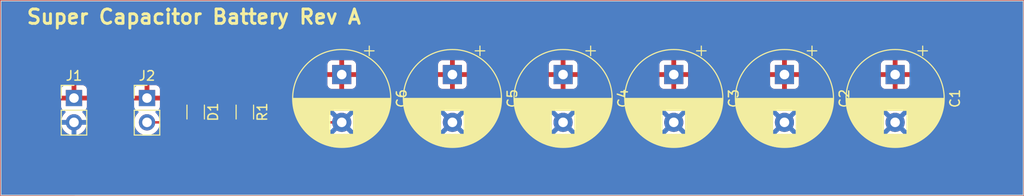
<source format=kicad_pcb>
(kicad_pcb (version 20221018) (generator pcbnew)

  (general
    (thickness 1.6)
  )

  (paper "A4")
  (layers
    (0 "F.Cu" mixed)
    (31 "B.Cu" power)
    (32 "B.Adhes" user "B.Adhesive")
    (33 "F.Adhes" user "F.Adhesive")
    (34 "B.Paste" user)
    (35 "F.Paste" user)
    (36 "B.SilkS" user "B.Silkscreen")
    (37 "F.SilkS" user "F.Silkscreen")
    (38 "B.Mask" user)
    (39 "F.Mask" user)
    (40 "Dwgs.User" user "User.Drawings")
    (41 "Cmts.User" user "User.Comments")
    (42 "Eco1.User" user "User.Eco1")
    (43 "Eco2.User" user "User.Eco2")
    (44 "Edge.Cuts" user)
    (45 "Margin" user)
    (46 "B.CrtYd" user "B.Courtyard")
    (47 "F.CrtYd" user "F.Courtyard")
    (48 "B.Fab" user)
    (49 "F.Fab" user)
    (50 "User.1" user)
    (51 "User.2" user)
    (52 "User.3" user)
    (53 "User.4" user)
    (54 "User.5" user)
    (55 "User.6" user)
    (56 "User.7" user)
    (57 "User.8" user)
    (58 "User.9" user)
  )

  (setup
    (stackup
      (layer "F.SilkS" (type "Top Silk Screen"))
      (layer "F.Paste" (type "Top Solder Paste"))
      (layer "F.Mask" (type "Top Solder Mask") (thickness 0.01))
      (layer "F.Cu" (type "copper") (thickness 0.035))
      (layer "dielectric 1" (type "core") (thickness 1.51) (material "FR4") (epsilon_r 4.5) (loss_tangent 0.02))
      (layer "B.Cu" (type "copper") (thickness 0.035))
      (layer "B.Mask" (type "Bottom Solder Mask") (thickness 0.01))
      (layer "B.Paste" (type "Bottom Solder Paste"))
      (layer "B.SilkS" (type "Bottom Silk Screen"))
      (copper_finish "None")
      (dielectric_constraints no)
    )
    (pad_to_mask_clearance 0)
    (pcbplotparams
      (layerselection 0x00010fc_ffffffff)
      (plot_on_all_layers_selection 0x0000000_00000000)
      (disableapertmacros false)
      (usegerberextensions false)
      (usegerberattributes true)
      (usegerberadvancedattributes true)
      (creategerberjobfile true)
      (dashed_line_dash_ratio 12.000000)
      (dashed_line_gap_ratio 3.000000)
      (svgprecision 4)
      (plotframeref false)
      (viasonmask false)
      (mode 1)
      (useauxorigin false)
      (hpglpennumber 1)
      (hpglpenspeed 20)
      (hpglpendiameter 15.000000)
      (dxfpolygonmode true)
      (dxfimperialunits true)
      (dxfusepcbnewfont true)
      (psnegative false)
      (psa4output false)
      (plotreference true)
      (plotvalue true)
      (plotinvisibletext false)
      (sketchpadsonfab false)
      (subtractmaskfromsilk false)
      (outputformat 1)
      (mirror false)
      (drillshape 1)
      (scaleselection 1)
      (outputdirectory "")
    )
  )

  (net 0 "")
  (net 1 "VDD")
  (net 2 "GND")
  (net 3 "Net-(D1-K)")
  (net 4 "Net-(D1-A)")

  (footprint "Capacitor_THT:CP_Radial_D10.0mm_P5.00mm" (layer "F.Cu") (at 148.95 83.9 -90))

  (footprint "Connector_PinHeader_2.54mm:PinHeader_1x02_P2.54mm_Vertical" (layer "F.Cu") (at 86.36 86.36))

  (footprint "Capacitor_THT:CP_Radial_D10.0mm_P5.00mm" (layer "F.Cu") (at 125.85 83.9 -90))

  (footprint "Capacitor_THT:CP_Radial_D10.0mm_P5.00mm" (layer "F.Cu") (at 172.05 83.9 -90))

  (footprint "Capacitor_THT:CP_Radial_D10.0mm_P5.00mm" (layer "F.Cu") (at 160.5 83.9 -90))

  (footprint "Connector_PinHeader_2.54mm:PinHeader_1x02_P2.54mm_Vertical" (layer "F.Cu") (at 93.98 86.36))

  (footprint "Capacitor_THT:CP_Radial_D10.0mm_P5.00mm" (layer "F.Cu") (at 137.4 83.9 -90))

  (footprint "Resistor_SMD:R_1206_3216Metric" (layer "F.Cu") (at 104.19 87.8225 -90))

  (footprint "Capacitor_THT:CP_Radial_D10.0mm_P5.00mm" (layer "F.Cu")
    (tstamp eb4c930f-96e4-40d5-8de6-e513827034c0)
    (at 114.3 83.9 -90)
    (descr "CP, Radial series, Radial, pin pitch=5.00mm, , diameter=10mm, Electrolytic Capacitor")
    (tags "CP Radial series Radial pin pitch 5.00mm  diameter 10mm Electrolytic Capacitor")
    (property "Sheetfile" "Super_Capacitor_Battery.kicad_sch")
    (property "Sheetname" "")
    (property "ki_description" "Polarized capacitor")
    (property "ki_keywords" "cap capacitor")
    (path "/200d49bd-d5f6-4673-b7d9-a0fb48ab32d0")
    (attr through_hole)
    (fp_text reference "C6" (at 2.5 -6.25 90) (layer "F.SilkS")
        (effects (font (size 1 1) (thickness 0.15)))
      (tstamp 49647941-efda-401a-bac0-aa6335902e94)
    )
    (fp_text value "C_Polarized" (at 2.5 6.25 90) (layer "F.Fab")
        (effects (font (size 1 1) (thickness 0.15)))
      (tstamp e53a31ba-f714-468f-8fe4-90869eb4ea83)
    )
    (fp_text user "${REFERENCE}" (at 2.5 0 90) (layer "F.Fab")
        (effects (font (size 1 1) (thickness 0.15)))
      (tstamp 59b46d2e-3c3c-4fc3-821a-1639c69fb425)
    )
    (fp_line (start -2.979646 -2.875) (end -1.979646 -2.875)
      (stroke (width 0.12) (type solid)) (layer "F.SilkS") (tstamp ac581b5f-970a-4fef-a1a0-9670c8083be0))
    (fp_line (start -2.479646 -3.375) (end -2.479646 -2.375)
      (stroke (width 0.12) (type solid)) (layer "F.SilkS") (tstamp 5b61214a-45d5-4865-b53d-282199c913e9))
    (fp_line (start 2.5 -5.08) (end 2.5 5.08)
      (stroke (width 0.12) (type solid)) (layer "F.SilkS") (tstamp 5ac62ab2-4c70-4055-8ddc-880d68f900bb))
    (fp_line (start 2.54 -5.08) (end 2.54 5.08)
      (stroke (width 0.12) (type solid)) (layer "F.SilkS") (tstamp c4429d7a-ae6a-43e7-96b1-d9518f4219be))
    (fp_line (start 2.58 -5.08) (end 2.58 5.08)
      (stroke (width 0.12) (type solid)) (layer "F.SilkS") (tstamp 9e764d9e-c815-4b18-adb0-130645f9cec4))
    (fp_line (start 2.62 -5.079) (end 2.62 5.079)
      (stroke (width 0.12) (type solid)) (layer "F.SilkS") (tstamp ccbeb3fa-7a65-4759-8576-b07fcb6f21b2))
    (fp_line (start 2.66 -5.078) (end 2.66 5.078)
      (stroke (width 0.12) (type solid)) (layer "F.SilkS") (tstamp d98cd6ba-13fb-4995-a9ef-61c64e0910da))
    (fp_line (start 2.7 -5.077) (end 2.7 5.077)
      (stroke (width 0.12) (type solid)) (layer "F.SilkS") (tstamp beb71603-3b52-402a-b76b-515d2a32ba38))
    (fp_line (start 2.74 -5.075) (end 2.74 5.075)
      (stroke (width 0.12) (type solid)) (layer "F.SilkS") (tstamp a83a480d-01ad-4e01-8ef4-fc2f3449937f))
    (fp_line (start 2.78 -5.073) (end 2.78 5.073)
      (stroke (width 0.12) (type solid)) (layer "F.SilkS") (tstamp 7f9462c5-c6e3-4a66-a1c7-22d3cefd48d3))
    (fp_line (start 2.82 -5.07) (end 2.82 5.07)
      (stroke (width 0.12) (type solid)) (layer "F.SilkS") (tstamp 9ed9d2f7-28f1-4cbf-b8c8-9f535430d0b1))
    (fp_line (start 2.86 -5.068) (end 2.86 5.068)
      (stroke (width 0.12) (type solid)) (layer "F.SilkS") (tstamp 76acd68f-2286-484d-828d-0619ef70f808))
    (fp_line (start 2.9 -5.065) (end 2.9 5.065)
      (stroke (width 0.12) (type solid)) (layer "F.SilkS") (tstamp c1a1730a-df02-4a03-b647-d063c4e2a493))
    (fp_line (start 2.94 -5.062) (end 2.94 5.062)
      (stroke (width 0.12) (type solid)) (layer "F.SilkS") (tstamp 74d50726-a32b-4232-b0c9-13893ff3d234))
    (fp_line (start 2.98 -5.058) (end 2.98 5.058)
      (stroke (width 0.12) (type solid)) (layer "F.SilkS") (tstamp b3b01f00-12da-427b-8848-c80aee795b7c))
    (fp_line (start 3.02 -5.054) (end 3.02 5.054)
      (stroke (width 0.12) (type solid)) (layer "F.SilkS") (tstamp dcc4a623-bcec-4ba5-bfff-b3e50c513d89))
    (fp_line (start 3.06 -5.05) (end 3.06 5.05)
      (stroke (width 0.12) (type solid)) (layer "F.SilkS") (tstamp 36ad9455-688d-44eb-a954-4da58651ac9c))
    (fp_line (start 3.1 -5.045) (end 3.1 5.045)
      (stroke (width 0.12) (type solid)) (layer "F.SilkS") (tstamp 7d1c057f-fdeb-4f1a-ba50-b63d49869d85))
    (fp_line (start 3.14 -5.04) (end 3.14 5.04)
      (stroke (width 0.12) (type solid)) (layer "F.SilkS") (tstamp 5a71ebd2-f050-471b-97a0-9a1b4b40e446))
    (fp_line (start 3.18 -5.035) (end 3.18 5.035)
      (stroke (width 0.12) (type solid)) (layer "F.SilkS") (tstamp 667af3b5-c980-412e-b1f8-9b5f1e86ac1e))
    (fp_line (start 3.221 -5.03) (end 3.221 5.03)
      (stroke (width 0.12) (type solid)) (layer "F.SilkS") (tstamp aa58a531-b480-4247-91df-9a2d1d512b97))
    (fp_line (start 3.261 -5.024) (end 3.261 5.024)
      (stroke (width 0.12) (type solid)) (layer "F.SilkS") (tstamp 3c657d9d-85f4-4159-93dc-93f0fc004aa2))
    (fp_line (start 3.301 -5.018) (end 3.301 5.018)
      (stroke (width 0.12) (type solid)) (layer "F.SilkS") (tstamp 66ff566e-7d0e-4a1c-a781-c1dfa57cb2b9))
    (fp_line (start 3.341 -5.011) (end 3.341 5.011)
      (stroke (width 0.12) (type solid)) (layer "F.SilkS") (tstamp e19a5631-1656-41a3-8cdc-7ca939cbb942))
    (fp_line (start 3.381 -5.004) (end 3.381 5.004)
      (stroke (width 0.12) (type solid)) (layer "F.SilkS") (tstamp c19bea9c-4f49-453e-99cc-c5cb21e4415b))
    (fp_line (start 3.421 -4.997) (end 3.421 4.997)
      (stroke (width 0.12) (type solid)) (layer "F.SilkS") (tstamp 6e2545ea-b059-41d3-a415-733d2e174ec6))
    (fp_line (start 3.461 -4.99) (end 3.461 4.99)
      (stroke (width 0.12) (type solid)) (layer "F.SilkS") (tstamp 866d6c9a-3f3f-4350-83fd-4c7f9e494d36))
    (fp_line (start 3.501 -4.982) (end 3.501 4.982)
      (stroke (width 0.12) (type solid)) (layer "F.SilkS") (tstamp c41589ec-cac3-4d5c-99b8-d83588e798bb))
    (fp_line (start 3.541 -4.974) (end 3.541 4.974)
      (stroke (width 0.12) (type solid)) (layer "F.SilkS") (tstamp a614a0b3-5a59-4811-aaba-cce9a13c6eee))
    (fp_line (start 3.581 -4.965) (end 3.581 4.965)
      (stroke (width 0.12) (type solid)) (layer "F.SilkS") (tstamp f8147450-1aff-4f03-8687-31dd8c2a5d32))
    (fp_line (start 3.621 -4.956) (end 3.621 4.956)
      (stroke (width 0.12) (type solid)) (layer "F.SilkS") (tstamp d3dd889f-08bf-4a6b-8727-d5fd96cfc79d))
    (fp_line (start 3.661 -4.947) (end 3.661 4.947)
      (stroke (width 0.12) (type solid)) (layer "F.SilkS") (tstamp 7c638f87-5a52-49ee-8064-629d654fc689))
    (fp_line (start 3.701 -4.938) (end 3.701 4.938)
      (stroke (width 0.12) (type solid)) (layer "F.SilkS") (tstamp ec35ff89-b696-47a3-991f-9136f6085ef0))
    (fp_line (start 3.741 -4.928) (end 3.741 4.928)
      (stroke (width 0.12) (type solid)) (layer "F.SilkS") (tstamp 0a8acb40-044c-40e0-996d-8046e1e042c4))
    (fp_line (start 3.781 -4.918) (end 3.781 -1.241)
      (stroke (width 0.12) (type solid)) (layer "F.SilkS") (tstamp 0763548e-a709-49cb-8049-40f20ec494dc))
    (fp_line (start 3.781 1.241) (end 3.781 4.918)
      (stroke (width 0.12) (type solid)) (layer "F.SilkS") (tstamp d384f9e7-b6eb-4007-957c-ccf1b619c7c9))
    (fp_line (start 3.821 -4.907) (end 3.821 -1.241)
      (stroke (width 0.12) (type solid)) (layer "F.SilkS") (tstamp 0d0f50e7-2fae-4eb3-a83f-d7327b5e7709))
    (fp_line (start 3.821 1.241) (end 3.821 4.907)
      (stroke (width 0.12) (type solid)) (layer "F.SilkS") (tstamp 1369f816-f198-42b1-84d7-0fc77edeea71))
    (fp_line (start 3.861 -4.897) (end 3.861 -1.241)
      (stroke (width 0.12) (type solid)) (layer "F.SilkS") (tstamp 2b4ac1d2-69dc-40da-a42c-e21c25192c24))
    (fp_line (start 3.861 1.241) (end 3.861 4.897)
      (stroke (width 0.12) (type solid)) (layer "F.SilkS") (tstamp 3313318f-f5d6-45b3-a4dd-cd263a89b128))
    (fp_line (start 3.901 -4.885) (end 3.901 -1.241)
      (stroke (width 0.12) (type solid)) (layer "F.SilkS") (tstamp 66da990a-ff62-4f79-8bf7-21c4d628ef44))
    (fp_line (start 3.901 1.241) (end 3.901 4.885)
      (stroke (width 0.12) (type solid)) (layer "F.SilkS") (tstamp 62cbba1d-bea1-4fc3-9cf1-2f6a3ece6544))
    (fp_line (start 3.941 -4.874) (end 3.941 -1.241)
      (stroke (width 0.12) (type solid)) (layer "F.SilkS") (tstamp 4f198cc0-1fc3-4b37-b59b-db3ca2b9a19e))
    (fp_line (start 3.941 1.241) (end 3.941 4.874)
      (stroke (width 0.12) (type solid)) (layer "F.SilkS") (tstamp 5386a002-6318-4312-be78-41cfa370c715))
    (fp_line (start 3.981 -4.862) (end 3.981 -1.241)
      (stroke (width 0.12) (type solid)) (layer "F.SilkS") (tstamp bed3aa1d-f8e4-4968-b692-f4cc0a256578))
    (fp_line (start 3.981 1.241) (end 3.981 4.862)
      (stroke (width 0.12) (type solid)) (layer "F.SilkS") (tstamp dde02a01-0565-445a-94f5-7dc079f671c1))
    (fp_line (start 4.021 -4.85) (end 4.021 -1.241)
      (stroke (width 0.12) (type solid)) (layer "F.SilkS") (tstamp 22142fa7-1dc7-408c-9fbf-ca195f3e307f))
    (fp_line (start 4.021 1.241) (end 4.021 4.85)
      (stroke (width 0.12) (type solid)) (layer "F.SilkS") (tstamp d83ccdd9-afb0-499c-bd43-98415892df23))
    (fp_line (start 4.061 -4.837) (end 4.061 -1.241)
      (stroke (width 0.12) (type solid)) (layer "F.SilkS") (tstamp bb6fdd56-8a27-4e03-9dd0-08e2c3c3b380))
    (fp_line (start 4.061 1.241) (end 4.061 4.837)
      (stroke (width 0.12) (type solid)) (layer "F.SilkS") (tstamp 2a7c575a-b86c-4233-b208-f32eb89388a0))
    (fp_line (start 4.101 -4.824) (end 4.101 -1.241)
      (stroke (width 0.12) (type solid)) (layer "F.SilkS") (tstamp dd20d840-11fc-4062-9f06-7e6f16f88bae))
    (fp_line (start 4.101 1.241) (end 4.101 4.824)
      (stroke (width 0.12) (type solid)) (layer "F.SilkS") (tstamp 4c196d65-710b-4be8-a665-4a6e03e3d78b))
    (fp_line (start 4.141 -4.811) (end 4.141 -1.241)
      (stroke (width 0.12) (type solid)) (layer "F.SilkS") (tstamp baf23f0d-d955-4b59-8289-9420bff794ec))
    (fp_line (start 4.141 1.241) (end 4.141 4.811)
      (stroke (width 0.12) (type solid)) (layer "F.SilkS") (tstamp bcaec491-665f-4472-94bd-badfecc74f83))
    (fp_line (start 4.181 -4.797) (end 4.181 -1.241)
      (stroke (width 0.12) (type solid)) (layer "F.SilkS") (tstamp f80bf774-abff-4773-a829-2c736a7d6db9))
    (fp_line (start 4.181 1.241) (end 4.181 4.797)
      (stroke (width 0.12) (type solid)) (layer "F.SilkS") (tstamp 3827bd6b-0bc8-40e7-a5ce-e9de4a4634c0))
    (fp_line (start 4.221 -4.783) (end 4.221 -1.241)
      (stroke (width 0.12) (type solid)) (layer "F.SilkS") (tstamp 03b9a4f6-9b15-458f-9130-0d27bef12ed8))
    (fp_line (start 4.221 1.241) (end 4.221 4.783)
      (stroke (width 0.12) (type solid)) (layer "F.SilkS") (tstamp 6c4eadee-1487-480a-9a89-c9c220e329b7))
    (fp_line (start 4.261 -4.768) (end 4.261 -1.241)
      (stroke (width 0.12) (type solid)) (layer "F.SilkS") (tstamp a5bfec01-9950-4520-8dc5-8d022453b221))
    (fp_line (start 4.261 1.241) (end 4.261 4.768)
      (stroke (width 0.12) (type solid)) (layer "F.SilkS") (tstamp 57216b8a-9bfb-41d6-a945-84280842b5ab))
    (fp_line (start 4.301 -4.754) (end 4.301 -1.241)
      (stroke (width 0.12) (type solid)) (layer "F.SilkS") (tstamp 72c89ac3-31e0-4d91-8a30-6259bd96b1ca))
    (fp_line (start 4.301 1.241) (end 4.301 4.754)
      (stroke (width 0.12) (type solid)) (layer "F.SilkS") (tstamp 8c026b24-52c4-4680-aaf5-7633887245c1))
    (fp_line (start 4.341 -4.738) (end 4.341 -1.241)
      (stroke (width 0.12) (type solid)) (layer "F.SilkS") (tstamp 3c23b9ad-3cd7-4a9c-96a8-ca15e8c85ef9))
    (fp_line (start 4.341 1.241) (end 4.341 4.738)
      (stroke (width 0.12) (type solid)) (layer "F.SilkS") (tstamp a1fff124-2f1b-4567-b9ed-d046072a0a3d))
    (fp_line (start 4.381 -4.723) (end 4.381 -1.241)
      (stroke (width 0.12) (type solid)) (layer "F.SilkS") (tstamp e93a5499-6a39-4db0-8c86-82004c3f3f2f))
    (fp_line (start 4.381 1.241) (end 4.381 4.723)
      (stroke (width 0.12) (type solid)) (layer "F.SilkS") (tstamp 5185b8fc-5027-40df-9ad1-6e72069fc859))
    (fp_line (start 4.421 -4.707) (end 4.421 -1.241)
      (stroke (width 0.12) (type solid)) (layer "F.SilkS") (tstamp f653dc34-8907-47c9-9dd3-6b8f9bd0be3a))
    (fp_line (start 4.421 1.241) (end 4.421 4.707)
      (stroke (width 0.12) (type solid)) (layer "F.SilkS") (tstamp 745d62a1-6aaf-45ee-a26d-704c0d5c736b))
    (fp_line (start 4.461 -4.69) (end 4.461 -1.241)
      (stroke (width 0.12) (type solid)) (layer "F.SilkS") (tstamp 120e4061-35e7-4f9f-b135-87c0613f89a0))
    (fp_line (start 4.461 1.241) (end 4.461 4.69)
      (stroke (width 0.12) (type solid)) (layer "F.SilkS") (tstamp df2976b3-5e99-482b-8c3f-c9e28ae9cd54))
    (fp_line (start 4.501 -4.674) (end 4.501 -1.241)
      (stroke (width 0.12) (type solid)) (layer "F.SilkS") (tstamp ebf3c9a3-c99b-4a0e-af5a-55c4843ddeb1))
    (fp_line (start 4.501 1.241) (end 4.501 4.674)
      (stroke (width 0.12) (type solid)) (layer "F.SilkS") (tstamp eb74fad7-a9f1-4553-9e57-006ffb415768))
    (fp_line (start 4.541 -4.657) (end 4.541 -1.241)
      (stroke (width 0.12) (type solid)) (layer "F.SilkS") (tstamp a309619a-bc01-43cf-aa76-f6dc29f06d79))
    (fp_line (start 4.541 1.241) (end 4.541 4.657)
      (stroke (width 0.12) (type solid)) (layer "F.SilkS") (tstamp 5a316aba-60de-472f-b2b9-d70d6cf1919c))
    (fp_line (start 4.581 -4.639) (end 4.581 -1.241)
      (stroke (width 0.12) (type solid)) (layer "F.SilkS") (tstamp b9906050-c567-4905-8597-0e324900ab60))
    (fp_line (start 4.581 1.241) (end 4.581 4.639)
      (stroke (width 0.12) (type solid)) (layer "F.SilkS") (tstamp b3816b4d-f16c-4f64-a474-9dcf365dcc04))
    (fp_line (start 4.621 -4.621) (end 4.621 -1.241)
      (stroke (width 0.12) (type solid)) (layer "F.SilkS") (tstamp 3c1ed8b9-dba4-4322-85b2-d9da30860098))
    (fp_line (start 4.621 1.241) (end 4.621 4.621)
      (stroke (width 0.12) (type solid)) (layer "F.SilkS") (tstamp a054c658-bab7-4785-8e46-83d22d6cd9c8))
    (fp_line (start 4.661 -4.603) (end 4.661 -1.241)
      (stroke (width 0.12) (type solid)) (layer "F.SilkS") (tstamp ac2ec8f1-7687-40f5-9b11-e297d9062976))
    (fp_line (start 4.661 1.241) (end 4.661 4.603)
      (stroke (width 0.12) (type solid)) (layer "F.SilkS") (tstamp c659b10f-5c8c-4f7e-9843-2afbca4ad40d))
    (fp_line (start 4.701 -4.584) (end 4.701 -1.241)
      (stroke (width 0.12) (type solid)) (layer "F.SilkS") (tstamp 387536f9-d587-4a3a-9c7d-497799e7631d))
    (fp_line (start 4.701 1.241) (end 4.701 4.584)
      (stroke (width 0.12) (type solid)) (layer "F.SilkS") (tstamp 4de6b8f9-71c6-47ed-99e8-3a9d23faacc5))
    (fp_line (start 4.741 -4.564) (end 4.741 -1.241)
      (stroke (width 0.12) (type solid)) (layer "F.SilkS") (tstamp 1fa6fc48-860e-48de-bab2-74523383c88e))
    (fp_line (start 4.741 1.241) (end 4.741 4.564)
      (stroke (width 0.12) (type solid)) (layer "F.SilkS") (tstamp ce0d9391-c6cb-441f-9e10-96f011dcd195))
    (fp_line (start 4.781 -4.545) (end 4.781 -1.241)
      (stroke (width 0.12) (type solid)) (layer "F.SilkS") (tstamp 0dd67df2-b9d3-478b-9239-043d4ed08733))
    (fp_line (start 4.781 1.241) (end 4.781 4.545)
      (stroke (width 0.12) (type solid)) (layer "F.SilkS") (tstamp 32e86aed-f364-41d0-a861-9aa361d26b18))
    (fp_line (start 4.821 -4.525) (end 4.821 -1.241)
      (stroke (width 0.12) (type solid)) (layer "F.SilkS") (tstamp 448cf94e-2ec9-4413-a57b-57caa4e330d9))
    (fp_line (start 4.821 1.241) (end 4.821 4.525)
      (stroke (width 0.12) (type solid)) (layer "F.SilkS") (tstamp acb1ab83-5a4c-4bef-84a0-ba9c57354d42))
    (fp_line (start 4.861 -4.504) (end 4.861 -1.241)
      (stroke (width 0.12) (type solid)) (layer "F.SilkS") (tstamp c72b45d6-a04e-4454-94e8-7d98134ac5bb))
    (fp_line (start 4.861 1.241) (end 4.861 4.504)
      (stroke (width 0.12) (type solid)) (layer "F.SilkS") (tstamp b9c585fd-05c9-4bd9-a30e-062223fdd211))
    (fp_line (start 4.901 -4.483) (end 4.901 -1.241)
      (stroke (width 0.12) (type solid)) (layer "F.SilkS") (tstamp 8c3ff821-ffa0-421f-922b-f70007b5a05e))
    (fp_line (start 4.901 1.241) (end 4.901 4.483)
      (stroke (width 0.12) (type solid)) (layer "F.SilkS") (tstamp 46673b62-5f4c-4f8f-8083-f538875767f1))
    (fp_line (start 4.941 -4.462) (end 4.941 -1.241)
      (stroke (width 0.12) (type solid)) (layer "F.SilkS") (tstamp 261667dd-aac4-4be6-bbc0-642eee3183c8))
    (fp_line (start 4.941 1.241) (end 4.941 4.462)
      (stroke (width 0.12) (type solid)) (layer "F.SilkS") (tstamp 8b243bcb-cd40-426c-927d-e1133f92d501))
    (fp_line (start 4.981 -4.44) (end 4.981 -1.241)
      (stroke (width 0.12) (type solid)) (layer "F.SilkS") (tstamp 3b3a24ef-4527-4e5d-8f00-fde8883935d9))
    (fp_line (start 4.981 1.241) (end 4.981 4.44)
      (stroke (width 0.12) (type solid)) (layer "F.SilkS") (tstamp 1d38d3c7-ec68-4cd8-b8aa-c8c00167db1e))
    (fp_line (start 5.021 -4.417) (end 5.021 -1.241)
      (stroke (width 0.12) (type solid)) (layer "F.SilkS") (tstamp af7f205a-8612-492b-861a-a44172029699))
    (fp_line (start 5.021 1.241) (end 5.021 4.417)
      (stroke (width 0.12) (type solid)) (layer "F.SilkS") (tstamp 9e03bf8b-08ca-4af0-9530-5e79d1d11e42))
    (fp_line (start 5.061 -4.395) (end 5.061 -1.241)
      (stroke (width 0.12) (type solid)) (layer "F.SilkS") (tstamp 767ead0e-e9a4-4f3e-90a9-2f65617fc7bb))
    (fp_line (start 5.061 1.241) (end 5.061 4.395)
      (stroke (width 0.12) (type solid)) (layer "F.SilkS") (tstamp d68253b0-6d77-464e-94c8-6ade62663339))
    (fp_line (start 5.101 -4.371) (end 5.101 -1.241)
      (stroke (width 0.12) (type solid)) (layer "F.SilkS") (tstamp 4ad70ba7-c7ca-4185-afd5-82e38010a0c7))
    (fp_line (start 5.101 1.241) (end 5.101 4.371)
      (stroke (width 0.12) (type solid)) (layer "F.SilkS") (tstamp 135f6e9b-e0a9-429c-900d-6c0107581c22))
    (fp_line (start 5.141 -4.347) (end 5.141 -1.241)
      (stroke (width 0.12) (type solid)) (layer "F.SilkS") (tstamp 2361839d-7880-44a6-a36f-f145da1aeab8))
    (fp_line (start 5.141 1.241) (end 5.141 4.347)
      (stroke (width 0.12) (type solid)) (layer "F.SilkS") (tstamp be085afa-5656-4694-bb44-d3888540066c))
    (fp_line (start 5.181 -4.323) (end 5.181 -1.241)
      (stroke (width 0.12) (type solid)) (layer "F.SilkS") (tstamp a02206ae-5ad8-41f7-93b6-d0b192368480))
    (fp_line (start 5.181 1.241) (end 5.181 4.323)
      (stroke (width 0.12) (type solid)) (layer "F.SilkS") (tstamp c0973c14-7693-4d3b-b726-2ae54c297df8))
    (fp_line (start 5.221 -4.298) (end 5.221 -1.241)
      (stroke (width 0.12) (type solid)) (layer "F.SilkS") (tstamp 50fd0cdc-63a1-476b-8438-368fd07e7771))
    (fp_line (start 5.221 1.241) (end 5.221 4.298)
      (stroke (width 0.12) (type solid)) (layer "F.SilkS") (tstamp 46e3f59d-d234-4124-91c2-872737fad71c))
    (fp_line (start 5.261 -4.273) (end 5.261 -1.241)
      (stroke (width 0.12) (type solid)) (layer "F.SilkS") (tstamp 103d2fdb-ae76-418f-a1fe-74d7cb3d0edc))
    (fp_line (start 5.261 1.241) (end 5.261 4.273)
      (stroke (width 0.12) (type solid)) (layer "F.SilkS") (tstamp 774f03fc-e74c-4cfe-8187-2ebeea362c25))
    (fp_line (start 5.301 -4.247) (end 5.301 -1.241)
      (stroke (width 0.12) (type solid)) (layer "F.SilkS") (tstamp 05795c35-8966-4354-ade4-b4d1b1228fdb))
    (fp_line (start 5.301 1.241) (end 5.301 4.247)
      (stroke (width 0.12) (type solid)) (layer "F.SilkS") (tstamp ce01e338-a2e3-4312-9a63-2e068beeadf5))
    (fp_line (start 5.341 -4.221) (end 5.341 -1.241)
      (stroke (width 0.12) (type solid)) (layer "F.SilkS") (tstamp e908b614-680e-4b2d-b694-22e5400679a3))
    (fp_line (start 5.341 1.241) (end 5.341 4.221)
      (stroke (width 0.12) (type solid)) (layer "F.SilkS") (tstamp 52482567-138a-47a3-a09f-dded5e47f4e6))
    (fp_line (start 5.381 -4.194) (end 5.381 -1.241)
      (stroke (width 0.12) (type solid)) (layer "F.SilkS") (tstamp 68b62239-123b-445c-9b80-83139b5db5d1))
    (fp_line (start 5.381 1.241) (end 5.381 4.194)
      (stroke (width 0.12) (type solid)) (layer "F.SilkS") (tstamp 3c867c61-2706-4346-9e2c-41188b3d02c8))
    (fp_line (start 5.421 -4.166) (end 5.421 -1.241)
      (stroke (width 0.12) (type solid)) (layer "F.SilkS") (tstamp 40285dd7-0fa9-452d-8616-63ac8591d512))
    (fp_line (start 5.421 1.241) (end 5.421 4.166)
      (stroke (width 0.12)
... [95737 chars truncated]
</source>
